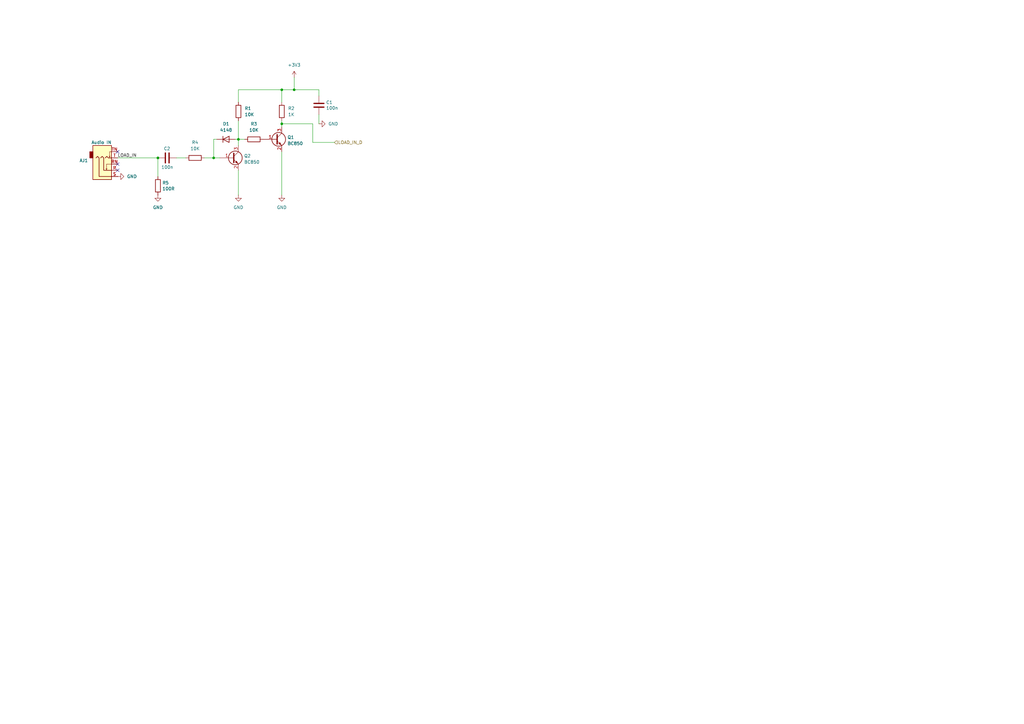
<source format=kicad_sch>
(kicad_sch (version 20231120) (generator "eeschema") (generator_version "8.0")
  (paper "A3")
  (title_block (title "Valera") (date "2025-01-08") (rev "1.0") (company "Mikhail Matveev") (comment 1 "https://github.com/xtremespb/valera"))
  (lib_symbols
    (symbol "Connector_Audio:AudioJack3_SwitchTR"
      (property "Reference" "J" (at 0 8.89 0))
      (property "Value" "AudioJack3_SwitchTR" (at 0 6.35 0))
      (symbol "AudioJack3_SwitchTR_0_1"
        (rectangle (start -5.08 -5.08) (end -6.35 -7.62) (stroke (width 0.254)) (fill (type outline)))
        (polyline (pts (xy 0.508 -0.254) (xy 0.762 -0.762)))
        (polyline (pts (xy 1.778 -5.334) (xy 2.032 -5.842)))
        (polyline (pts (xy 0 -5.08) (xy 0.635 -5.715) (xy 1.27 -5.08) (xy 2.54 -5.08)) (stroke (width 0.254)))
        (polyline (pts (xy 2.54 -7.62) (xy 1.778 -7.62) (xy 1.778 -5.334) (xy 1.524 -5.842)))
        (polyline (pts (xy 2.54 -2.54) (xy 0.508 -2.54) (xy 0.508 -0.254) (xy 0.254 -0.762)))
        (polyline (pts (xy -1.905 -5.08) (xy -1.27 -5.715) (xy -0.635 -5.08) (xy -0.635 0) (xy 2.54 0)) (stroke (width 0.254)))
        (polyline (pts (xy 2.54 2.54) (xy -2.54 2.54) (xy -2.54 -5.08) (xy -3.175 -5.715) (xy -3.81 -5.08)) (stroke (width 0.254)))
        (rectangle (start 2.54 3.81) (end -5.08 -10.16) (stroke (width 0.254)) (fill (type background)))
      )
      (symbol "AudioJack3_SwitchTR_1_1"
        (pin passive line (at 5.08 0 180) (length 2.54) (name "~") (number "R"))
        (pin passive line (at 5.08 -2.54 180) (length 2.54) (name "~") (number "RN"))
        (pin passive line (at 5.08 2.54 180) (length 2.54) (name "~") (number "S"))
        (pin passive line (at 5.08 -5.08 180) (length 2.54) (name "~") (number "T"))
        (pin passive line (at 5.08 -7.62 180) (length 2.54) (name "~") (number "TN"))
      )
    )
    (symbol "Device:C" (pin_numbers hide) (pin_names (offset 0.254))
      (property "Reference" "C" (at 0.635 2.54 0))
      (property "Value" "C" (at 0.635 -2.54 0))
      (symbol "C_0_1"
        (polyline (pts (xy -2.032 -0.762) (xy 2.032 -0.762)) (stroke (width 0.508)))
        (polyline (pts (xy -2.032 0.762) (xy 2.032 0.762)) (stroke (width 0.508)))
      )
      (symbol "C_1_1"
        (pin passive line (at 0 3.81 270) (length 2.794) (name "~") (number "1"))
        (pin passive line (at 0 -3.81 90) (length 2.794) (name "~") (number "2"))
      )
    )
    (symbol "Device:D" (pin_numbers hide) (pin_names (offset 1.016) hide)
      (property "Reference" "D" (at 0 2.54 0))
      (property "Value" "D" (at 0 -2.54 0))
      (symbol "D_0_1"
        (polyline (pts (xy -1.27 1.27) (xy -1.27 -1.27)) (stroke (width 0.254)))
        (polyline (pts (xy 1.27 0) (xy -1.27 0)))
        (polyline (pts (xy 1.27 1.27) (xy 1.27 -1.27) (xy -1.27 0) (xy 1.27 1.27)) (stroke (width 0.254)))
      )
      (symbol "D_1_1"
        (pin passive line (at -3.81 0 0) (length 2.54) (name "K") (number "1"))
        (pin passive line (at 3.81 0 180) (length 2.54) (name "A") (number "2"))
      )
    )
    (symbol "Device:R" (pin_numbers hide) (pin_names (offset 0))
      (property "Reference" "R" (at 2.032 0 90))
      (property "Value" "R" (at 0 0 90))
      (symbol "R_0_1"
        (rectangle (start -1.016 -2.54) (end 1.016 2.54) (stroke (width 0.254)))
      )
      (symbol "R_1_1"
        (pin passive line (at 0 3.81 270) (length 1.27) (name "~") (number "1"))
        (pin passive line (at 0 -3.81 90) (length 1.27) (name "~") (number "2"))
      )
    )
    (symbol "GND_1" (power) (pin_numbers hide) (pin_names (offset 0) hide)
      (property "Value" "GND" (at 0 -3.81 0))
      (symbol "GND_1_0_1"
        (polyline (pts (xy 0 0) (xy 0 -1.27) (xy 1.27 -1.27) (xy 0 -2.54) (xy -1.27 -1.27) (xy 0 -1.27)))
      )
      (symbol "GND_1_1_1"
        (pin power_in line (at 0 0 270) (length 0) (name "~") (number "1"))
      )
    )
    (symbol "GND_2" (power) (pin_numbers hide) (pin_names (offset 0) hide)
      (property "Value" "GND" (at 0 -3.81 0))
      (symbol "GND_2_0_1"
        (polyline (pts (xy 0 0) (xy 0 -1.27) (xy 1.27 -1.27) (xy 0 -2.54) (xy -1.27 -1.27) (xy 0 -1.27)))
      )
      (symbol "GND_2_1_1"
        (pin power_in line (at 0 0 270) (length 0) (name "~") (number "1"))
      )
    )
    (symbol "GND_3" (power) (pin_numbers hide) (pin_names (offset 0) hide)
      (property "Value" "GND" (at 0 -3.81 0))
      (symbol "GND_3_0_1"
        (polyline (pts (xy 0 0) (xy 0 -1.27) (xy 1.27 -1.27) (xy 0 -2.54) (xy -1.27 -1.27) (xy 0 -1.27)))
      )
      (symbol "GND_3_1_1"
        (pin power_in line (at 0 0 270) (length 0) (name "~") (number "1"))
      )
    )
    (symbol "GND_4" (power) (pin_numbers hide) (pin_names (offset 0) hide)
      (property "Value" "GND" (at 0 -3.81 0))
      (symbol "GND_4_0_1"
        (polyline (pts (xy 0 0) (xy 0 -1.27) (xy 1.27 -1.27) (xy 0 -2.54) (xy -1.27 -1.27) (xy 0 -1.27)))
      )
      (symbol "GND_4_1_1"
        (pin power_in line (at 0 0 270) (length 0) (name "~") (number "1"))
      )
    )
    (symbol "Transistor_BJT:BC850" (pin_names (offset 0) hide)
      (property "Reference" "Q" (at 5.08 1.905 0))
      (property "Value" "BC850" (at 5.08 0 0))
      (symbol "BC850_0_1"
        (polyline (pts (xy 0.635 0.635) (xy 2.54 2.54)))
        (polyline (pts (xy 0.635 -0.635) (xy 2.54 -2.54) (xy 2.54 -2.54)))
        (polyline (pts (xy 0.635 1.905) (xy 0.635 -1.905) (xy 0.635 -1.905)) (stroke (width 0.508)))
        (polyline (pts (xy 1.27 -1.778) (xy 1.778 -1.27) (xy 2.286 -2.286) (xy 1.27 -1.778) (xy 1.27 -1.778)) (fill (type outline)))
        (circle (center 1.27 0) (radius 2.8194) (stroke (width 0.254)))
      )
      (symbol "BC850_1_1"
        (pin input line (at -5.08 0 0) (length 5.715) (name "B") (number "1"))
        (pin passive line (at 2.54 -5.08 90) (length 2.54) (name "E") (number "2"))
        (pin passive line (at 2.54 5.08 270) (length 2.54) (name "C") (number "3"))
      )
    )
    (symbol "power:+3V3" (power) (pin_numbers hide) (pin_names (offset 0) hide)
      (property "Value" "+3V3" (at 0 3.556 0))
      (symbol "+3V3_0_1"
        (polyline (pts (xy -0.762 1.27) (xy 0 2.54)))
        (polyline (pts (xy 0 0) (xy 0 2.54)))
        (polyline (pts (xy 0 2.54) (xy 0.762 1.27)))
      )
      (symbol "+3V3_1_1"
        (pin power_in line (at 0 0 90) (length 0) (name "~") (number "1"))
      )
    )
    (symbol "power:GND" (power) (pin_numbers hide) (pin_names (offset 0) hide)
      (property "Value" "GND" (at 0 -3.81 0))
      (symbol "GND_0_1"
        (polyline (pts (xy 0 0) (xy 0 -1.27) (xy 1.27 -1.27) (xy 0 -2.54) (xy -1.27 -1.27) (xy 0 -1.27)))
      )
      (symbol "GND_1_1"
        (pin power_in line (at 0 0 270) (length 0) (name "~") (number "1"))
      )
    )
  )
  (junction (at 115.57 50.8))
  (junction (at 87.63 64.77))
  (junction (at 64.77 64.77))
  (junction (at 97.79 57.15))
  (junction (at 120.65 36.83))
  (junction (at 115.57 36.83))
  (no_connect (at 48.26 62.23))
  (no_connect (at 48.26 67.31))
  (no_connect (at 48.26 69.85))
  (wire (pts (xy 115.57 50.8) (xy 128.27 50.8)))
  (wire (pts (xy 97.79 57.15) (xy 97.79 59.69)))
  (wire (pts (xy 83.82 64.77) (xy 87.63 64.77)))
  (wire (pts (xy 120.65 36.83) (xy 130.81 36.83)))
  (wire (pts (xy 128.27 50.8) (xy 128.27 58.42)))
  (wire (pts (xy 96.52 57.15) (xy 97.79 57.15)))
  (wire (pts (xy 87.63 64.77) (xy 90.17 64.77)))
  (wire (pts (xy 115.57 50.8) (xy 115.57 52.07)))
  (wire (pts (xy 88.9 57.15) (xy 87.63 57.15)))
  (wire (pts (xy 128.27 58.42) (xy 137.16 58.42)))
  (wire (pts (xy 87.63 57.15) (xy 87.63 64.77)))
  (wire (pts (xy 72.39 64.77) (xy 76.2 64.77)))
  (wire (pts (xy 115.57 36.83) (xy 120.65 36.83)))
  (wire (pts (xy 97.79 69.85) (xy 97.79 80.01)))
  (wire (pts (xy 115.57 36.83) (xy 115.57 41.91)))
  (wire (pts (xy 97.79 36.83) (xy 97.79 41.91)))
  (wire (pts (xy 120.65 31.75) (xy 120.65 36.83)))
  (wire (pts (xy 115.57 62.23) (xy 115.57 80.01)))
  (wire (pts (xy 130.81 46.99) (xy 130.81 50.8)))
  (wire (pts (xy 97.79 36.83) (xy 115.57 36.83)))
  (wire (pts (xy 130.81 36.83) (xy 130.81 39.37)))
  (wire (pts (xy 48.26 64.77) (xy 64.77 64.77)))
  (wire (pts (xy 97.79 49.53) (xy 97.79 57.15)))
  (wire (pts (xy 115.57 49.53) (xy 115.57 50.8)))
  (wire (pts (xy 64.77 64.77) (xy 64.77 72.39)))
  (wire (pts (xy 97.79 57.15) (xy 100.33 57.15)))
  (label "LOAD_IN" (at 48.26 64.77 0))
  (hierarchical_label "LOAD_IN_D" (shape input) (at 137.16 58.42 0))
  (symbol (lib_id "Device:D") (at 92.71 57.15 0) (unit 1)
    (property "Reference" "D1" (at 92.71 50.8 0))
    (property "Value" "4148" (at 92.71 53.34 0))
    (property "Footprint" "LIBS:D_0805" (effects (hide yes)))
    (property "Description" "Diode" (effects (hide yes)))
    (property "Sim.Device" "D" (effects (hide yes)))
    (property "Sim.Pins" "1=K 2=A" (effects (hide yes)))
  )
  (symbol (lib_name "GND_2") (lib_id "power:GND") (at 97.79 80.01 0) (unit 1)
    (property "Reference" "#PWR07" (effects (hide yes)))
    (property "Value" "GND" (at 97.79 85.09 0))
    (property "Description" "Power symbol creates a global label with name \"GND\" , ground" (effects (hide yes)))
  )
  (symbol (lib_id "Device:R") (at 104.14 57.15 90) (unit 1)
    (property "Reference" "R3" (at 104.14 50.8 90))
    (property "Value" "10K" (at 104.14 53.34 90))
    (property "Footprint" "LIBS:R_0805" (effects (hide yes)))
  )
  (symbol (lib_id "power:GND") (at 64.77 80.01 0) (unit 1)
    (property "Reference" "#PWR06" (effects (hide yes)))
    (property "Value" "GND" (at 64.77 85.09 0))
    (property "Description" "Power symbol creates a global label with name \"GND\" , ground" (effects (hide yes)))
  )
  (symbol (lib_id "Device:R") (at 115.57 45.72 0) (unit 1)
    (property "Reference" "R2" (at 118.11 44.4499 0) (effects (justify left)))
    (property "Value" "1K" (at 118.11 46.9899 0) (effects (justify left)))
    (property "Footprint" "LIBS:R_0805" (effects (hide yes)))
  )
  (symbol (lib_id "Connector_Audio:AudioJack3_SwitchTR") (at 43.18 69.85 0) (mirror x) (unit 1)
    (property "Reference" "AJ1" (at 36.0681 65.8403 0) (effects (justify right)))
    (property "Value" "Audio IN" (at 45.72 58.42 0) (effects (justify right)))
    (property "Footprint" "LIBS:Jack_3.5mm" (effects (hide yes)))
    (property "Description" "Audio Jack, 3 Poles (Stereo / TRS), Switched TR Poles (Normalling)" (effects (hide yes)))
  )
  (symbol (lib_id "Device:C") (at 68.58 64.77 90) (unit 1)
    (property "Reference" "C2" (at 69.85 60.96 90) (effects (justify left)))
    (property "Value" "100n" (at 71.12 68.58 90) (effects (justify left)))
    (property "Footprint" "LIBS:C_0805" (effects (hide yes)))
  )
  (symbol (lib_name "GND_1") (lib_id "power:GND") (at 48.26 72.39 90) (unit 1)
    (property "Reference" "#PWR05" (effects (hide yes)))
    (property "Value" "GND" (at 52.07 72.3899 90) (effects (justify right)))
    (property "Description" "Power symbol creates a global label with name \"GND\" , ground" (effects (hide yes)))
  )
  (symbol (lib_id "Device:R") (at 80.01 64.77 90) (unit 1)
    (property "Reference" "R4" (at 80.01 58.42 90))
    (property "Value" "10K" (at 80.01 60.96 90))
    (property "Footprint" "LIBS:R_0805" (effects (hide yes)))
  )
  (symbol (lib_name "GND_4") (lib_id "power:GND") (at 130.81 50.8 90) (unit 1)
    (property "Reference" "#PWR04" (effects (hide yes)))
    (property "Value" "GND" (at 134.62 50.7999 90) (effects (justify right)))
    (property "Description" "Power symbol creates a global label with name \"GND\" , ground" (effects (hide yes)))
  )
  (symbol (lib_name "GND_3") (lib_id "power:GND") (at 115.57 80.01 0) (unit 1)
    (property "Reference" "#PWR08" (effects (hide yes)))
    (property "Value" "GND" (at 115.57 85.09 0))
    (property "Description" "Power symbol creates a global label with name \"GND\" , ground" (effects (hide yes)))
  )
  (symbol (lib_id "power:+3V3") (at 120.65 31.75 0) (unit 1)
    (property "Reference" "#PWR03" (effects (hide yes)))
    (property "Value" "+3V3" (at 120.65 26.67 0))
    (property "Description" "Power symbol creates a global label with name \"+3V3\"" (effects (hide yes)))
  )
  (symbol (lib_id "Device:C") (at 130.81 43.18 0) (unit 1)
    (property "Reference" "C1" (at 133.731 42.0116 0) (effects (justify left)))
    (property "Value" "100n" (at 133.731 44.323 0) (effects (justify left)))
    (property "Footprint" "LIBS:C_0805" (effects (hide yes)))
  )
  (symbol (lib_id "Device:R") (at 64.77 76.2 0) (unit 1)
    (property "Reference" "R5" (at 66.548 74.9878 0) (effects (justify left)))
    (property "Value" "100R" (at 66.548 77.4121 0) (effects (justify left)))
    (property "Footprint" "LIBS:R_0805" (effects (hide yes)))
  )
  (symbol (lib_id "Transistor_BJT:BC850") (at 95.25 64.77 0) (unit 1)
    (property "Reference" "Q2" (at 100.1014 63.9353 0) (effects (justify left)))
    (property "Value" "BC850" (at 100.1014 66.4722 0) (effects (justify left)))
    (property "Footprint" "LIBS:Q_SOT-23" (effects (hide yes)))
    (property "Datasheet" "http://www.infineon.com/dgdl/Infineon-BC847SERIES_BC848SERIES_BC849SERIES_BC850SERIES-DS-v01_01-en.pdf?fileId=db3a304314dca389011541d4630a1657" (effects (hide yes)))
  )
  (symbol (lib_id "Device:R") (at 97.79 45.72 0) (unit 1)
    (property "Reference" "R1" (at 100.33 44.4499 0) (effects (justify left)))
    (property "Value" "10K" (at 100.33 46.9899 0) (effects (justify left)))
    (property "Footprint" "LIBS:R_0805" (effects (hide yes)))
  )
  (symbol (lib_id "Transistor_BJT:BC850") (at 113.03 57.15 0) (unit 1)
    (property "Reference" "Q1" (at 117.8814 56.3153 0) (effects (justify left)))
    (property "Value" "BC850" (at 117.8814 58.8522 0) (effects (justify left)))
    (property "Footprint" "LIBS:Q_SOT-23" (effects (hide yes)))
    (property "Datasheet" "http://www.infineon.com/dgdl/Infineon-BC847SERIES_BC848SERIES_BC849SERIES_BC850SERIES-DS-v01_01-en.pdf?fileId=db3a304314dca389011541d4630a1657" (effects (hide yes)))
  )
)
</source>
